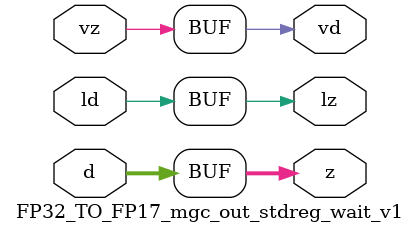
<source format=v>
module FP32_TO_FP17_mgc_out_stdreg_wait_v1 (ld, vd, d, lz, vz, z);
  parameter integer rscid = 1;
  parameter integer width = 8;
  input ld;
  output vd;
  input [width-1:0] d;
  output lz;
  input vz;
  output [width-1:0] z;
  wire vd;
  wire lz;
  wire [width-1:0] z;
  assign z = d;
  assign lz = ld;
  assign vd = vz;
endmodule
</source>
